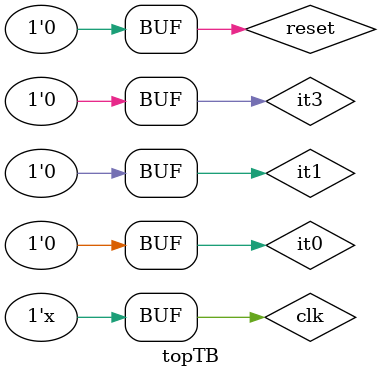
<source format=v>
`timescale 1ns / 1ps


module topTB();

    reg clk;
    reg reset;
    reg it0, it1, it3;
    
    top toptb(
    .clk(clk),
    .reset(reset),
    .it0(it0),
    .it1(it1),
    .it3(it3)
    );

    initial begin
        clk = 0;
        it0 = 0;
        it1 = 0;
        it3 = 0;
        reset = 1;
        #30 reset = 0;
        
        #600 it0 = 1;
        #20 it0 = 0;
        
    end

    always #10 clk = clk + 1'b1; 

endmodule

</source>
